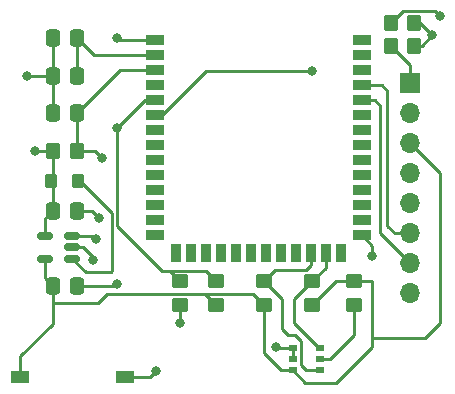
<source format=gbr>
%TF.GenerationSoftware,KiCad,Pcbnew,(6.0.1-0)*%
%TF.CreationDate,2022-04-20T12:22:31-04:00*%
%TF.ProjectId,32S2_3,33325332-5f33-42e6-9b69-6361645f7063,rev?*%
%TF.SameCoordinates,Original*%
%TF.FileFunction,Copper,L1,Top*%
%TF.FilePolarity,Positive*%
%FSLAX46Y46*%
G04 Gerber Fmt 4.6, Leading zero omitted, Abs format (unit mm)*
G04 Created by KiCad (PCBNEW (6.0.1-0)) date 2022-04-20 12:22:31*
%MOMM*%
%LPD*%
G01*
G04 APERTURE LIST*
G04 Aperture macros list*
%AMRoundRect*
0 Rectangle with rounded corners*
0 $1 Rounding radius*
0 $2 $3 $4 $5 $6 $7 $8 $9 X,Y pos of 4 corners*
0 Add a 4 corners polygon primitive as box body*
4,1,4,$2,$3,$4,$5,$6,$7,$8,$9,$2,$3,0*
0 Add four circle primitives for the rounded corners*
1,1,$1+$1,$2,$3*
1,1,$1+$1,$4,$5*
1,1,$1+$1,$6,$7*
1,1,$1+$1,$8,$9*
0 Add four rect primitives between the rounded corners*
20,1,$1+$1,$2,$3,$4,$5,0*
20,1,$1+$1,$4,$5,$6,$7,0*
20,1,$1+$1,$6,$7,$8,$9,0*
20,1,$1+$1,$8,$9,$2,$3,0*%
G04 Aperture macros list end*
%TA.AperFunction,ComponentPad*%
%ADD10O,1.700000X1.700000*%
%TD*%
%TA.AperFunction,ComponentPad*%
%ADD11R,1.700000X1.700000*%
%TD*%
%TA.AperFunction,SMDPad,CuDef*%
%ADD12RoundRect,0.250000X0.337500X0.475000X-0.337500X0.475000X-0.337500X-0.475000X0.337500X-0.475000X0*%
%TD*%
%TA.AperFunction,SMDPad,CuDef*%
%ADD13RoundRect,0.150000X0.512500X0.150000X-0.512500X0.150000X-0.512500X-0.150000X0.512500X-0.150000X0*%
%TD*%
%TA.AperFunction,SMDPad,CuDef*%
%ADD14RoundRect,0.250000X-0.450000X0.350000X-0.450000X-0.350000X0.450000X-0.350000X0.450000X0.350000X0*%
%TD*%
%TA.AperFunction,SMDPad,CuDef*%
%ADD15RoundRect,0.250000X-0.350000X-0.450000X0.350000X-0.450000X0.350000X0.450000X-0.350000X0.450000X0*%
%TD*%
%TA.AperFunction,SMDPad,CuDef*%
%ADD16RoundRect,0.250000X0.350000X0.450000X-0.350000X0.450000X-0.350000X-0.450000X0.350000X-0.450000X0*%
%TD*%
%TA.AperFunction,SMDPad,CuDef*%
%ADD17R,0.700000X0.510000*%
%TD*%
%TA.AperFunction,SMDPad,CuDef*%
%ADD18RoundRect,0.250000X0.450000X-0.350000X0.450000X0.350000X-0.450000X0.350000X-0.450000X-0.350000X0*%
%TD*%
%TA.AperFunction,SMDPad,CuDef*%
%ADD19R,1.500000X0.900000*%
%TD*%
%TA.AperFunction,SMDPad,CuDef*%
%ADD20R,0.900000X1.500000*%
%TD*%
%TA.AperFunction,SMDPad,CuDef*%
%ADD21R,1.500000X1.100000*%
%TD*%
%TA.AperFunction,SMDPad,CuDef*%
%ADD22RoundRect,0.250000X-0.337500X-0.475000X0.337500X-0.475000X0.337500X0.475000X-0.337500X0.475000X0*%
%TD*%
%TA.AperFunction,SMDPad,CuDef*%
%ADD23RoundRect,0.250000X0.275000X0.350000X-0.275000X0.350000X-0.275000X-0.350000X0.275000X-0.350000X0*%
%TD*%
%TA.AperFunction,ViaPad*%
%ADD24C,0.800000*%
%TD*%
%TA.AperFunction,Conductor*%
%ADD25C,0.250000*%
%TD*%
G04 APERTURE END LIST*
D10*
%TO.P,J1,8,Pin_8*%
%TO.N,GND*%
X104775000Y-93980000D03*
%TO.P,J1,7,Pin_7*%
%TO.N,/U0RXD*%
X104775000Y-91440000D03*
%TO.P,J1,6,Pin_6*%
%TO.N,/U0TXD*%
X104775000Y-88900000D03*
%TO.P,J1,5,Pin_5*%
%TO.N,/GPIO0*%
X104775000Y-86360000D03*
%TO.P,J1,4,Pin_4*%
%TO.N,/CHIP_PU*%
X104775000Y-83820000D03*
%TO.P,J1,3,Pin_3*%
%TO.N,/VCC_3V3*%
X104775000Y-81280000D03*
%TO.P,J1,2,Pin_2*%
%TO.N,/Vtherm*%
X104775000Y-78740000D03*
D11*
%TO.P,J1,1,Pin_1*%
%TO.N,VCC*%
X104775000Y-76200000D03*
%TD*%
D12*
%TO.P,C1,1*%
%TO.N,Net-(C1-Pad1)*%
X76602500Y-72390000D03*
%TO.P,C1,2*%
%TO.N,GND*%
X74527500Y-72390000D03*
%TD*%
D13*
%TO.P,U4,1,Lx*%
%TO.N,Net-(L1-Pad1)*%
X76189000Y-91054000D03*
%TO.P,U4,2,GND*%
%TO.N,GND*%
X76189000Y-90104000D03*
%TO.P,U4,3,CE_Mode*%
%TO.N,Net-(SW1-Pad1A)*%
X76189000Y-89154000D03*
%TO.P,U4,4,Vin*%
%TO.N,VCC*%
X73914000Y-89154000D03*
%TO.P,U4,5,Vout*%
%TO.N,/VCC_3V3*%
X73914000Y-91054000D03*
%TD*%
D14*
%TO.P,R2,1*%
%TO.N,/VCC_3V3*%
X100076000Y-92980000D03*
%TO.P,R2,2*%
%TO.N,Net-(R2-Pad2)*%
X100076000Y-94980000D03*
%TD*%
D12*
%TO.P,C6,1*%
%TO.N,/CHIP_PU*%
X76602500Y-78740000D03*
%TO.P,C6,2*%
%TO.N,GND*%
X74527500Y-78740000D03*
%TD*%
D15*
%TO.P,R6,1*%
%TO.N,VCC*%
X103156000Y-73025000D03*
%TO.P,R6,2*%
%TO.N,/VBAT*%
X105156000Y-73025000D03*
%TD*%
D16*
%TO.P,R5,1*%
%TO.N,/CHIP_PU*%
X76565000Y-81915000D03*
%TO.P,R5,2*%
%TO.N,VCC*%
X74565000Y-81915000D03*
%TD*%
D17*
%TO.P,U1,1,A0*%
%TO.N,GND*%
X94852000Y-98618000D03*
%TO.P,U1,2,GND*%
X94852000Y-99568000D03*
%TO.P,U1,3,Vcc*%
%TO.N,/VCC_3V3*%
X94852000Y-100518000D03*
%TO.P,U1,4,SCL*%
%TO.N,/SCL*%
X97172000Y-100518000D03*
%TO.P,U1,5,OS*%
%TO.N,Net-(R2-Pad2)*%
X97172000Y-99568000D03*
%TO.P,U1,6,SDA*%
%TO.N,/SDA*%
X97172000Y-98618000D03*
%TD*%
D12*
%TO.P,C2,1*%
%TO.N,Net-(C1-Pad1)*%
X76602500Y-75565000D03*
%TO.P,C2,2*%
%TO.N,GND*%
X74527500Y-75565000D03*
%TD*%
D18*
%TO.P,U2,1*%
%TO.N,/VCC_3V3*%
X88392000Y-94980000D03*
%TO.P,U2,2*%
%TO.N,/Vtherm*%
X88392000Y-92980000D03*
%TD*%
D16*
%TO.P,R7,1*%
%TO.N,/VBAT*%
X105156000Y-71120000D03*
%TO.P,R7,2*%
%TO.N,GND*%
X103156000Y-71120000D03*
%TD*%
D19*
%TO.P,U3,1,GND*%
%TO.N,GND*%
X83200000Y-72582500D03*
%TO.P,U3,2,3V3*%
%TO.N,Net-(C1-Pad1)*%
X83200000Y-73852500D03*
%TO.P,U3,3,EN*%
%TO.N,/CHIP_PU*%
X83200000Y-75122500D03*
%TO.P,U3,4,IO4*%
%TO.N,unconnected-(U3-Pad4)*%
X83200000Y-76392500D03*
%TO.P,U3,5,IO5*%
%TO.N,/Vtherm*%
X83200000Y-77662500D03*
%TO.P,U3,6,IO6*%
%TO.N,/VBAT*%
X83200000Y-78932500D03*
%TO.P,U3,7,IO7*%
%TO.N,unconnected-(U3-Pad7)*%
X83200000Y-80202500D03*
%TO.P,U3,8,IO15*%
%TO.N,unconnected-(U3-Pad8)*%
X83200000Y-81472500D03*
%TO.P,U3,9,IO16*%
%TO.N,unconnected-(U3-Pad9)*%
X83200000Y-82742500D03*
%TO.P,U3,10,IO17*%
%TO.N,unconnected-(U3-Pad10)*%
X83200000Y-84012500D03*
%TO.P,U3,11,IO18*%
%TO.N,unconnected-(U3-Pad11)*%
X83200000Y-85282500D03*
%TO.P,U3,12,IO8*%
%TO.N,unconnected-(U3-Pad12)*%
X83200000Y-86552500D03*
%TO.P,U3,13,IO19*%
%TO.N,unconnected-(U3-Pad13)*%
X83200000Y-87822500D03*
%TO.P,U3,14,IO20*%
%TO.N,unconnected-(U3-Pad14)*%
X83200000Y-89092500D03*
D20*
%TO.P,U3,15,IO3*%
%TO.N,unconnected-(U3-Pad15)*%
X84965000Y-90592500D03*
%TO.P,U3,16,IO46*%
%TO.N,unconnected-(U3-Pad16)*%
X86235000Y-90592500D03*
%TO.P,U3,17,IO9*%
%TO.N,unconnected-(U3-Pad17)*%
X87505000Y-90592500D03*
%TO.P,U3,18,IO10*%
%TO.N,unconnected-(U3-Pad18)*%
X88775000Y-90592500D03*
%TO.P,U3,19,IO11*%
%TO.N,unconnected-(U3-Pad19)*%
X90045000Y-90592500D03*
%TO.P,U3,20,IO12*%
%TO.N,unconnected-(U3-Pad20)*%
X91315000Y-90592500D03*
%TO.P,U3,21,IO13*%
%TO.N,unconnected-(U3-Pad21)*%
X92585000Y-90592500D03*
%TO.P,U3,22,IO14*%
%TO.N,unconnected-(U3-Pad22)*%
X93855000Y-90592500D03*
%TO.P,U3,23,IO21*%
%TO.N,unconnected-(U3-Pad23)*%
X95125000Y-90592500D03*
%TO.P,U3,24,IO33*%
%TO.N,/SCL*%
X96395000Y-90616500D03*
%TO.P,U3,25,IO34*%
%TO.N,/SDA*%
X97665000Y-90592500D03*
%TO.P,U3,26,IO45*%
%TO.N,unconnected-(U3-Pad26)*%
X98935000Y-90592500D03*
D19*
%TO.P,U3,27,IO0*%
%TO.N,/GPIO0*%
X100700000Y-89092500D03*
%TO.P,U3,28,IO35*%
%TO.N,unconnected-(U3-Pad28)*%
X100700000Y-87822500D03*
%TO.P,U3,29,IO36*%
%TO.N,unconnected-(U3-Pad29)*%
X100700000Y-86552500D03*
%TO.P,U3,30,IO37*%
%TO.N,unconnected-(U3-Pad30)*%
X100700000Y-85282500D03*
%TO.P,U3,31,IO38*%
%TO.N,unconnected-(U3-Pad31)*%
X100700000Y-84012500D03*
%TO.P,U3,32,IO39*%
%TO.N,unconnected-(U3-Pad32)*%
X100700000Y-82742500D03*
%TO.P,U3,33,IO40*%
%TO.N,unconnected-(U3-Pad33)*%
X100700000Y-81472500D03*
%TO.P,U3,34,IO41*%
%TO.N,unconnected-(U3-Pad34)*%
X100700000Y-80202500D03*
%TO.P,U3,35,IO42*%
%TO.N,unconnected-(U3-Pad35)*%
X100700000Y-78932500D03*
%TO.P,U3,36,RXD0*%
%TO.N,/U0RXD*%
X100700000Y-77662500D03*
%TO.P,U3,37,TXD0*%
%TO.N,/U0TXD*%
X100700000Y-76392500D03*
%TO.P,U3,38,IO2*%
%TO.N,unconnected-(U3-Pad38)*%
X100700000Y-75122500D03*
%TO.P,U3,39,IO1*%
%TO.N,unconnected-(U3-Pad39)*%
X100700000Y-73852500D03*
%TO.P,U3,40,GND*%
%TO.N,unconnected-(U3-Pad40)*%
X100700000Y-72582500D03*
%TD*%
D18*
%TO.P,R3,1*%
%TO.N,/VCC_3V3*%
X92456000Y-94980000D03*
%TO.P,R3,2*%
%TO.N,/SCL*%
X92456000Y-92980000D03*
%TD*%
D21*
%TO.P,SW1,1A*%
%TO.N,Net-(SW1-Pad1A)*%
X80650000Y-101092000D03*
%TO.P,SW1,1B*%
%TO.N,/VCC_3V3*%
X71750000Y-101092000D03*
%TD*%
D14*
%TO.P,R4,1*%
%TO.N,/Vtherm*%
X85344000Y-92980000D03*
%TO.P,R4,2*%
%TO.N,GND*%
X85344000Y-94980000D03*
%TD*%
D12*
%TO.P,C3,1*%
%TO.N,GND*%
X76602500Y-93345000D03*
%TO.P,C3,2*%
%TO.N,/VCC_3V3*%
X74527500Y-93345000D03*
%TD*%
D18*
%TO.P,R1,2*%
%TO.N,/SDA*%
X96520000Y-92980000D03*
%TO.P,R1,1*%
%TO.N,/VCC_3V3*%
X96520000Y-94980000D03*
%TD*%
D22*
%TO.P,C4,1*%
%TO.N,VCC*%
X74527500Y-86995000D03*
%TO.P,C4,2*%
%TO.N,GND*%
X76602500Y-86995000D03*
%TD*%
D23*
%TO.P,L1,1,1*%
%TO.N,Net-(L1-Pad1)*%
X76715000Y-84455000D03*
%TO.P,L1,2,2*%
%TO.N,VCC*%
X74415000Y-84455000D03*
%TD*%
D24*
%TO.N,/GPIO0*%
X101600000Y-90805000D03*
%TO.N,/Vtherm*%
X80010000Y-80010000D03*
%TO.N,GND*%
X77978000Y-91186000D03*
X107315000Y-70485000D03*
X80010000Y-93218000D03*
X80010000Y-72390000D03*
X78486000Y-87630000D03*
X85344000Y-96520000D03*
X72390000Y-75565000D03*
X93472000Y-98552000D03*
%TO.N,VCC*%
X73025000Y-81915000D03*
%TO.N,/CHIP_PU*%
X78740000Y-82550000D03*
%TO.N,/VBAT*%
X96520000Y-75184000D03*
X106680000Y-72136000D03*
%TO.N,Net-(SW1-Pad1A)*%
X78232000Y-89408000D03*
X83312000Y-100584000D03*
%TD*%
D25*
%TO.N,/VCC_3V3*%
X107315000Y-83820000D02*
X107315000Y-96520000D01*
X104775000Y-81280000D02*
X107315000Y-83820000D01*
X101600000Y-92996000D02*
X101600000Y-97790000D01*
X101600000Y-97790000D02*
X101600000Y-98552000D01*
X107315000Y-96520000D02*
X106045000Y-97790000D01*
X106045000Y-97790000D02*
X101600000Y-97790000D01*
%TO.N,/GPIO0*%
X101600000Y-90805000D02*
X101600000Y-89992500D01*
X101600000Y-89992500D02*
X100700000Y-89092500D01*
%TO.N,/U0RXD*%
X104775000Y-91440000D02*
X102235000Y-88900000D01*
X102235000Y-88900000D02*
X102235000Y-78105000D01*
X102235000Y-78105000D02*
X101792500Y-77662500D01*
X101792500Y-77662500D02*
X100700000Y-77662500D01*
%TO.N,/U0TXD*%
X100700000Y-76392500D02*
X102427500Y-76392500D01*
X102427500Y-76392500D02*
X102870000Y-76835000D01*
X103505000Y-88900000D02*
X104775000Y-88900000D01*
X102870000Y-76835000D02*
X102870000Y-88265000D01*
X102870000Y-88265000D02*
X103505000Y-88900000D01*
%TO.N,VCC*%
X104775000Y-76200000D02*
X104775000Y-74644000D01*
X104775000Y-74644000D02*
X103156000Y-73025000D01*
%TO.N,Net-(C1-Pad1)*%
X83200000Y-73852500D02*
X78065000Y-73852500D01*
X76602500Y-75565000D02*
X76602500Y-72390000D01*
X78065000Y-73852500D02*
X76602500Y-72390000D01*
%TO.N,GND*%
X80202500Y-72582500D02*
X80010000Y-72390000D01*
X77150000Y-90104000D02*
X77978000Y-90932000D01*
X83200000Y-72582500D02*
X83192980Y-72575480D01*
X76602500Y-86995000D02*
X76340480Y-86732980D01*
X74527500Y-75565000D02*
X72390000Y-75565000D01*
X74527500Y-72390000D02*
X74527500Y-75565000D01*
X93472000Y-98552000D02*
X93538000Y-98618000D01*
X103156000Y-71120000D02*
X104180520Y-70095480D01*
X104180520Y-70095480D02*
X106925480Y-70095480D01*
X77851000Y-86995000D02*
X78486000Y-87630000D01*
X79883000Y-93345000D02*
X80010000Y-93218000D01*
X76602500Y-93345000D02*
X79883000Y-93345000D01*
X76200000Y-92942500D02*
X76602500Y-93345000D01*
X76602500Y-86995000D02*
X77851000Y-86995000D01*
X76602500Y-93345000D02*
X76602500Y-92815500D01*
X83200000Y-72582500D02*
X80202500Y-72582500D01*
X94852000Y-99568000D02*
X94852000Y-98618000D01*
X76189000Y-90104000D02*
X77150000Y-90104000D01*
X93538000Y-98618000D02*
X94852000Y-98618000D01*
X74527500Y-78740000D02*
X74527500Y-75565000D01*
X106925480Y-70095480D02*
X107315000Y-70485000D01*
X77978000Y-90932000D02*
X77978000Y-91186000D01*
X85344000Y-94980000D02*
X85344000Y-96520000D01*
%TO.N,/VCC_3V3*%
X74527500Y-94847500D02*
X74527500Y-96557500D01*
X98552000Y-101600000D02*
X95934000Y-101600000D01*
X87467480Y-94055480D02*
X88392000Y-94980000D01*
X100076000Y-92980000D02*
X101616000Y-92980000D01*
X78337500Y-94847500D02*
X74527500Y-94847500D01*
X74527500Y-96557500D02*
X71750000Y-99335000D01*
X101600000Y-98552000D02*
X98552000Y-101600000D01*
X92456000Y-94980000D02*
X92456000Y-99060000D01*
X73914000Y-91054000D02*
X73914000Y-92731500D01*
X71750000Y-99335000D02*
X71750000Y-101092000D01*
X78337500Y-94847500D02*
X79129520Y-94055480D01*
X87467480Y-94055480D02*
X91531480Y-94055480D01*
X100076000Y-92980000D02*
X98520000Y-92980000D01*
X98520000Y-92980000D02*
X96520000Y-94980000D01*
X91531480Y-94055480D02*
X92456000Y-94980000D01*
X92456000Y-99060000D02*
X93914000Y-100518000D01*
X101616000Y-92980000D02*
X101600000Y-92996000D01*
X93914000Y-100518000D02*
X94852000Y-100518000D01*
X73914000Y-92731500D02*
X74527500Y-93345000D01*
X74527500Y-93345000D02*
X74527500Y-94847500D01*
X79129520Y-94055480D02*
X87467480Y-94055480D01*
X95934000Y-101600000D02*
X94852000Y-100518000D01*
%TO.N,VCC*%
X73025000Y-81915000D02*
X74565000Y-81915000D01*
X73914000Y-87608500D02*
X74527500Y-86995000D01*
X74527500Y-84567500D02*
X74415000Y-84455000D01*
X73914000Y-89154000D02*
X73914000Y-87608500D01*
X74565000Y-81915000D02*
X74565000Y-84305000D01*
X102923622Y-73257378D02*
X103156000Y-73025000D01*
X74527500Y-86995000D02*
X74527500Y-84567500D01*
X74527500Y-86995000D02*
X74614520Y-87082020D01*
X74565000Y-84305000D02*
X74415000Y-84455000D01*
%TO.N,/CHIP_PU*%
X83200000Y-75122500D02*
X80220000Y-75122500D01*
X76835000Y-82185000D02*
X76565000Y-81915000D01*
X76565000Y-81915000D02*
X78105000Y-81915000D01*
X80220000Y-75122500D02*
X76602500Y-78740000D01*
X78105000Y-81915000D02*
X78740000Y-82550000D01*
X76602500Y-81877500D02*
X76565000Y-81915000D01*
X76602500Y-78740000D02*
X76602500Y-81877500D01*
%TO.N,/Vtherm*%
X88392000Y-92964000D02*
X87503000Y-92075000D01*
X80010000Y-80010000D02*
X80010000Y-88265000D01*
X82357500Y-77662500D02*
X80010000Y-80010000D01*
X83820000Y-92075000D02*
X84455000Y-92075000D01*
X83200000Y-77662500D02*
X82357500Y-77662500D01*
X85344000Y-92980000D02*
X85344000Y-92964000D01*
X80010000Y-88265000D02*
X83820000Y-92075000D01*
X87503000Y-92075000D02*
X84455000Y-92075000D01*
X85344000Y-92964000D02*
X84455000Y-92075000D01*
X88392000Y-92980000D02*
X88392000Y-92964000D01*
%TO.N,/GPIO0*%
X101162114Y-89092500D02*
X100700000Y-89092500D01*
%TO.N,Net-(L1-Pad1)*%
X76715000Y-84455000D02*
X76835000Y-84455000D01*
X77337000Y-92202000D02*
X76189000Y-91054000D01*
X79560480Y-87180480D02*
X79560480Y-92143520D01*
X76835000Y-84455000D02*
X79560480Y-87180480D01*
X79502000Y-92202000D02*
X77337000Y-92202000D01*
X79560480Y-92143520D02*
X79502000Y-92202000D01*
%TO.N,/SCL*%
X96395000Y-90616500D02*
X96395000Y-91616500D01*
X95024022Y-97536000D02*
X95526511Y-98038489D01*
X92456000Y-92980000D02*
X92472000Y-92980000D01*
X93380520Y-92055480D02*
X92456000Y-92980000D01*
X93980000Y-94504000D02*
X93980000Y-97028000D01*
X94488000Y-97536000D02*
X95024022Y-97536000D01*
X96395000Y-91616500D02*
X95956020Y-92055480D01*
X93980000Y-97028000D02*
X94488000Y-97536000D01*
X95526511Y-98038489D02*
X95526511Y-100076000D01*
X95956020Y-92055480D02*
X93380520Y-92055480D01*
X92456000Y-92980000D02*
X93980000Y-94504000D01*
X95968511Y-100518000D02*
X97172000Y-100518000D01*
X95526511Y-100076000D02*
X95968511Y-100518000D01*
%TO.N,/SDA*%
X97665000Y-91835000D02*
X96520000Y-92980000D01*
X94996000Y-96520000D02*
X97094000Y-98618000D01*
X97665000Y-90592500D02*
X97665000Y-91835000D01*
X97094000Y-98618000D02*
X97172000Y-98618000D01*
X94996000Y-94504000D02*
X94996000Y-96520000D01*
X96520000Y-92980000D02*
X94996000Y-94504000D01*
%TO.N,Net-(R2-Pad2)*%
X98044000Y-99568000D02*
X97172000Y-99568000D01*
X100076000Y-97536000D02*
X98044000Y-99568000D01*
X100076000Y-94980000D02*
X100076000Y-97536000D01*
%TO.N,/VBAT*%
X87527522Y-75184000D02*
X83779022Y-78932500D01*
X105156000Y-73025000D02*
X105791000Y-73025000D01*
X105156000Y-71120000D02*
X105664000Y-71120000D01*
X105791000Y-73025000D02*
X106680000Y-72136000D01*
X105664000Y-71120000D02*
X106680000Y-72136000D01*
X83779022Y-78932500D02*
X83200000Y-78932500D01*
X96520000Y-75184000D02*
X87527522Y-75184000D01*
%TO.N,Net-(SW1-Pad1A)*%
X82804000Y-101092000D02*
X80650000Y-101092000D01*
X77978000Y-89154000D02*
X78232000Y-89408000D01*
X83312000Y-100584000D02*
X82804000Y-101092000D01*
X76189000Y-89154000D02*
X77978000Y-89154000D01*
%TD*%
M02*

</source>
